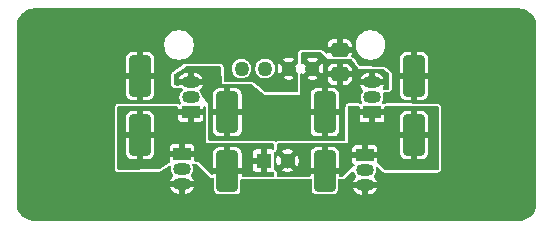
<source format=gbl>
G04 #@! TF.GenerationSoftware,KiCad,Pcbnew,9.0.4*
G04 #@! TF.CreationDate,2025-08-24T22:39:55+02:00*
G04 #@! TF.ProjectId,npn-pnp-h-bridge,6e706e2d-706e-4702-9d68-2d6272696467,rev?*
G04 #@! TF.SameCoordinates,Original*
G04 #@! TF.FileFunction,Copper,L2,Bot*
G04 #@! TF.FilePolarity,Positive*
%FSLAX46Y46*%
G04 Gerber Fmt 4.6, Leading zero omitted, Abs format (unit mm)*
G04 Created by KiCad (PCBNEW 9.0.4) date 2025-08-24 22:39:55*
%MOMM*%
%LPD*%
G01*
G04 APERTURE LIST*
G04 Aperture macros list*
%AMRoundRect*
0 Rectangle with rounded corners*
0 $1 Rounding radius*
0 $2 $3 $4 $5 $6 $7 $8 $9 X,Y pos of 4 corners*
0 Add a 4 corners polygon primitive as box body*
4,1,4,$2,$3,$4,$5,$6,$7,$8,$9,$2,$3,0*
0 Add four circle primitives for the rounded corners*
1,1,$1+$1,$2,$3*
1,1,$1+$1,$4,$5*
1,1,$1+$1,$6,$7*
1,1,$1+$1,$8,$9*
0 Add four rect primitives between the rounded corners*
20,1,$1+$1,$2,$3,$4,$5,0*
20,1,$1+$1,$4,$5,$6,$7,0*
20,1,$1+$1,$6,$7,$8,$9,0*
20,1,$1+$1,$8,$9,$2,$3,0*%
G04 Aperture macros list end*
G04 #@! TA.AperFunction,ComponentPad*
%ADD10R,1.500000X1.050000*%
G04 #@! TD*
G04 #@! TA.AperFunction,ComponentPad*
%ADD11O,1.500000X1.050000*%
G04 #@! TD*
G04 #@! TA.AperFunction,ComponentPad*
%ADD12R,1.300000X1.300000*%
G04 #@! TD*
G04 #@! TA.AperFunction,ComponentPad*
%ADD13C,1.300000*%
G04 #@! TD*
G04 #@! TA.AperFunction,ComponentPad*
%ADD14C,2.600000*%
G04 #@! TD*
G04 #@! TA.AperFunction,ConnectorPad*
%ADD15C,4.400000*%
G04 #@! TD*
G04 #@! TA.AperFunction,ComponentPad*
%ADD16C,1.270000*%
G04 #@! TD*
G04 #@! TA.AperFunction,SMDPad,CuDef*
%ADD17RoundRect,0.250000X-0.650000X1.500000X-0.650000X-1.500000X0.650000X-1.500000X0.650000X1.500000X0*%
G04 #@! TD*
G04 #@! TA.AperFunction,SMDPad,CuDef*
%ADD18RoundRect,0.250000X0.475000X-0.337500X0.475000X0.337500X-0.475000X0.337500X-0.475000X-0.337500X0*%
G04 #@! TD*
G04 #@! TA.AperFunction,SMDPad,CuDef*
%ADD19RoundRect,0.250000X0.650000X-1.500000X0.650000X1.500000X-0.650000X1.500000X-0.650000X-1.500000X0*%
G04 #@! TD*
G04 #@! TA.AperFunction,ViaPad*
%ADD20C,0.600000*%
G04 #@! TD*
G04 APERTURE END LIST*
D10*
G04 #@! TO.P,Qr1,1,C*
G04 #@! TO.N,/O2*
X118988410Y-58906368D03*
D11*
G04 #@! TO.P,Qr1,2,B*
G04 #@! TO.N,/H2b*
X118988410Y-57636368D03*
G04 #@! TO.P,Qr1,3,E*
G04 #@! TO.N,VDD*
X118988410Y-56366368D03*
G04 #@! TD*
D12*
G04 #@! TO.P,J2,1,1*
G04 #@! TO.N,/O1*
X109838410Y-62997837D03*
D13*
G04 #@! TO.P,J2,2,2*
G04 #@! TO.N,/O2*
X111838410Y-62997837D03*
G04 #@! TD*
D10*
G04 #@! TO.P,Ql1,1,C*
G04 #@! TO.N,/O1*
X103630537Y-58895426D03*
D11*
G04 #@! TO.P,Ql1,2,B*
G04 #@! TO.N,/H1b*
X103630537Y-57625426D03*
G04 #@! TO.P,Ql1,3,E*
G04 #@! TO.N,VDD*
X103630537Y-56355426D03*
G04 #@! TD*
D14*
G04 #@! TO.P,H1,1,1*
G04 #@! TO.N,GND*
X91900000Y-65100000D03*
D15*
X91900000Y-65100000D03*
G04 #@! TD*
D16*
G04 #@! TO.P,J1,1,1*
G04 #@! TO.N,VDD*
X113933509Y-55197837D03*
G04 #@! TO.P,J1,2,2*
G04 #@! TO.N,GND*
X111933510Y-55197837D03*
G04 #@! TO.P,J1,3,3*
G04 #@! TO.N,/R_IN*
X109933509Y-55197837D03*
G04 #@! TO.P,J1,4,4*
G04 #@! TO.N,/L_IN*
X107933511Y-55197837D03*
G04 #@! TD*
D10*
G04 #@! TO.P,Qr2,1,C*
G04 #@! TO.N,/O2*
X118373958Y-62506368D03*
D11*
G04 #@! TO.P,Qr2,2,B*
G04 #@! TO.N,/L2b*
X118373958Y-63776368D03*
G04 #@! TO.P,Qr2,3,E*
G04 #@! TO.N,GND*
X118373958Y-65046368D03*
G04 #@! TD*
D10*
G04 #@! TO.P,Ql2,1,C*
G04 #@! TO.N,/O1*
X102900537Y-62425426D03*
D11*
G04 #@! TO.P,Ql2,2,B*
G04 #@! TO.N,/L1b*
X102900537Y-63695426D03*
G04 #@! TO.P,Ql2,3,E*
G04 #@! TO.N,GND*
X102900537Y-64965426D03*
G04 #@! TD*
D14*
G04 #@! TO.P,H2,1,1*
G04 #@! TO.N,GND*
X129900000Y-65100000D03*
D15*
X129900000Y-65100000D03*
G04 #@! TD*
D17*
G04 #@! TO.P,D6,1,K*
G04 #@! TO.N,VDD*
X106738410Y-58897837D03*
G04 #@! TO.P,D6,2,A*
G04 #@! TO.N,/O1*
X106738410Y-63897837D03*
G04 #@! TD*
D18*
G04 #@! TO.P,C5,1,+*
G04 #@! TO.N,VDD*
X116238410Y-55672837D03*
G04 #@! TO.P,C5,2,-*
G04 #@! TO.N,GND*
X116238410Y-53597837D03*
G04 #@! TD*
D17*
G04 #@! TO.P,D5,1,K*
G04 #@! TO.N,VDD*
X114988410Y-58897837D03*
G04 #@! TO.P,D5,2,A*
G04 #@! TO.N,/O2*
X114988410Y-63897837D03*
G04 #@! TD*
D19*
G04 #@! TO.P,D4,1,K*
G04 #@! TO.N,/O1*
X99330537Y-60830337D03*
G04 #@! TO.P,D4,2,A*
G04 #@! TO.N,GND*
X99330537Y-55830337D03*
G04 #@! TD*
G04 #@! TO.P,D3,1,K*
G04 #@! TO.N,/O2*
X122533958Y-60830337D03*
G04 #@! TO.P,D3,2,A*
G04 #@! TO.N,GND*
X122533958Y-55830337D03*
G04 #@! TD*
D20*
G04 #@! TO.N,GND*
X94702910Y-60397837D03*
X122438410Y-65931170D03*
X100238410Y-52633435D03*
X101238410Y-66610437D03*
X120488410Y-67360437D03*
X97838410Y-66664504D03*
X120488410Y-66610437D03*
X127238410Y-60397837D03*
X113238410Y-65597837D03*
X101238410Y-67360437D03*
X97838410Y-65931170D03*
X122438410Y-66664504D03*
X111988410Y-65597837D03*
X109688410Y-65597837D03*
X121138410Y-52630751D03*
X122438410Y-67397837D03*
X108438410Y-65597837D03*
X97838410Y-67397837D03*
G04 #@! TO.N,/O1*
X99192131Y-63317463D03*
G04 #@! TO.N,/O2*
X122238410Y-63397837D03*
G04 #@! TD*
G04 #@! TA.AperFunction,Conductor*
G04 #@! TO.N,VDD*
G36*
X114655593Y-53816744D02*
G01*
X114667406Y-53826833D01*
X115238410Y-54397837D01*
X117188910Y-54397837D01*
X117247101Y-54416744D01*
X117268110Y-54437437D01*
X117777607Y-55116767D01*
X117838410Y-55197837D01*
X119954824Y-55257937D01*
X120011400Y-55277687D01*
X120398797Y-55568137D01*
X120434013Y-55618172D01*
X120438410Y-55647347D01*
X120438410Y-56898566D01*
X120419503Y-56956757D01*
X120370003Y-56992721D01*
X120339463Y-56997566D01*
X119969010Y-56997766D01*
X119910810Y-56978890D01*
X119874819Y-56929410D01*
X119874786Y-56868224D01*
X119886642Y-56843764D01*
X119944516Y-56757151D01*
X120002831Y-56616368D01*
X119268740Y-56616368D01*
X119288485Y-56596623D01*
X119337854Y-56511113D01*
X119363410Y-56415738D01*
X119363410Y-56316998D01*
X119337854Y-56221623D01*
X119288485Y-56136113D01*
X119268740Y-56116368D01*
X120002830Y-56116368D01*
X119944516Y-55975584D01*
X119854229Y-55840461D01*
X119739316Y-55725548D01*
X119604191Y-55635260D01*
X119454054Y-55573072D01*
X119294667Y-55541368D01*
X119238411Y-55541368D01*
X119238410Y-55541369D01*
X119238410Y-56086038D01*
X119218665Y-56066293D01*
X119133155Y-56016924D01*
X119037780Y-55991368D01*
X118939040Y-55991368D01*
X118843665Y-56016924D01*
X118758155Y-56066293D01*
X118738410Y-56086038D01*
X118738410Y-55541369D01*
X118738409Y-55541368D01*
X118682152Y-55541368D01*
X118522766Y-55573072D01*
X118522764Y-55573072D01*
X118372628Y-55635260D01*
X118372627Y-55635260D01*
X118237503Y-55725548D01*
X118122590Y-55840461D01*
X118032303Y-55975584D01*
X117973989Y-56116368D01*
X118708080Y-56116368D01*
X118688335Y-56136113D01*
X118638966Y-56221623D01*
X118613410Y-56316998D01*
X118613410Y-56415738D01*
X118638966Y-56511113D01*
X118688335Y-56596623D01*
X118708080Y-56616368D01*
X117973989Y-56616368D01*
X118032303Y-56757151D01*
X118122592Y-56892277D01*
X118209413Y-56979097D01*
X118213039Y-56986213D01*
X118219503Y-56990910D01*
X118226667Y-57012959D01*
X118237191Y-57033613D01*
X118238410Y-57049101D01*
X118238410Y-57094349D01*
X118219503Y-57152540D01*
X118209414Y-57164353D01*
X118199881Y-57173885D01*
X118199878Y-57173889D01*
X118120484Y-57292708D01*
X118120478Y-57292719D01*
X118065791Y-57424746D01*
X118065791Y-57424748D01*
X118037910Y-57564910D01*
X118037910Y-57564913D01*
X118037910Y-57707823D01*
X118063614Y-57837046D01*
X118065791Y-57847987D01*
X118065791Y-57847989D01*
X118120478Y-57980016D01*
X118120484Y-57980028D01*
X118163120Y-58043835D01*
X118166860Y-58057095D01*
X118174960Y-58068244D01*
X118174960Y-58085814D01*
X118179729Y-58102723D01*
X118174960Y-58115650D01*
X118174960Y-58129430D01*
X118164632Y-58143644D01*
X118158552Y-58160127D01*
X118147095Y-58167781D01*
X118138996Y-58178930D01*
X118122285Y-58184359D01*
X118107678Y-58194120D01*
X118080805Y-58197837D01*
X118044857Y-58197837D01*
X117993370Y-58183394D01*
X117963414Y-58165154D01*
X117905388Y-58145760D01*
X117905383Y-58145759D01*
X117884422Y-58142258D01*
X117841974Y-58135169D01*
X117841971Y-58135168D01*
X117841958Y-58135168D01*
X117035526Y-58128385D01*
X117035510Y-58128386D01*
X117002498Y-58130774D01*
X117002474Y-58130777D01*
X116971112Y-58135609D01*
X116965674Y-58136522D01*
X116965673Y-58136522D01*
X116965671Y-58136523D01*
X116904585Y-58162632D01*
X116881572Y-58172468D01*
X116832076Y-58208430D01*
X116804330Y-58232672D01*
X116757422Y-58311182D01*
X116757420Y-58311185D01*
X116738514Y-58369374D01*
X116728458Y-58432871D01*
X116728458Y-61218366D01*
X116709551Y-61276557D01*
X116660051Y-61312521D01*
X116629744Y-61317366D01*
X111119176Y-61333292D01*
X111014333Y-61333596D01*
X111014329Y-61333596D01*
X110997026Y-61334995D01*
X110982482Y-61336172D01*
X110982478Y-61336172D01*
X110982473Y-61336173D01*
X110982453Y-61336175D01*
X110952213Y-61341011D01*
X110947932Y-61341742D01*
X110947931Y-61341743D01*
X110864261Y-61377505D01*
X110803322Y-61382989D01*
X110774329Y-61371310D01*
X110751484Y-61357571D01*
X110734210Y-61347182D01*
X110734207Y-61347181D01*
X110734203Y-61347179D01*
X110676083Y-61328108D01*
X110676078Y-61328107D01*
X110676075Y-61328106D01*
X110612600Y-61317864D01*
X105231758Y-61302288D01*
X105173623Y-61283212D01*
X105137802Y-61233608D01*
X105133045Y-61203288D01*
X105133045Y-59147838D01*
X105538410Y-59147838D01*
X105538410Y-60440901D01*
X105549023Y-60529280D01*
X105604490Y-60669932D01*
X105695845Y-60790401D01*
X105816314Y-60881756D01*
X105956966Y-60937223D01*
X106045345Y-60947836D01*
X106045352Y-60947837D01*
X106488409Y-60947837D01*
X106488410Y-60947836D01*
X106488410Y-59147838D01*
X106988410Y-59147838D01*
X106988410Y-60947836D01*
X106988411Y-60947837D01*
X107431468Y-60947837D01*
X107431474Y-60947836D01*
X107519853Y-60937223D01*
X107660505Y-60881756D01*
X107780974Y-60790401D01*
X107872329Y-60669932D01*
X107927796Y-60529280D01*
X107938409Y-60440901D01*
X107938410Y-60440895D01*
X107938410Y-59147838D01*
X113788410Y-59147838D01*
X113788410Y-60440901D01*
X113799023Y-60529280D01*
X113854490Y-60669932D01*
X113945845Y-60790401D01*
X114066314Y-60881756D01*
X114206966Y-60937223D01*
X114295345Y-60947836D01*
X114295352Y-60947837D01*
X114738409Y-60947837D01*
X114738410Y-60947836D01*
X114738410Y-59147838D01*
X115238410Y-59147838D01*
X115238410Y-60947836D01*
X115238411Y-60947837D01*
X115681468Y-60947837D01*
X115681474Y-60947836D01*
X115769853Y-60937223D01*
X115910505Y-60881756D01*
X116030974Y-60790401D01*
X116122329Y-60669932D01*
X116177796Y-60529280D01*
X116188409Y-60440901D01*
X116188410Y-60440895D01*
X116188410Y-59147838D01*
X116188409Y-59147837D01*
X115238411Y-59147837D01*
X115238410Y-59147838D01*
X114738410Y-59147838D01*
X114738409Y-59147837D01*
X113788411Y-59147837D01*
X113788410Y-59147838D01*
X107938410Y-59147838D01*
X107938409Y-59147837D01*
X106988411Y-59147837D01*
X106988410Y-59147838D01*
X106488410Y-59147838D01*
X106488409Y-59147837D01*
X105538411Y-59147837D01*
X105538410Y-59147838D01*
X105133045Y-59147838D01*
X105133045Y-58496843D01*
X105133045Y-58496837D01*
X105130515Y-58464693D01*
X105127290Y-58444335D01*
X105126072Y-58428850D01*
X105126072Y-58175632D01*
X105126071Y-58175631D01*
X105119529Y-58167781D01*
X104588704Y-57530790D01*
X104568957Y-57492376D01*
X104568229Y-57489583D01*
X104553156Y-57413806D01*
X104528703Y-57354772D01*
X105538410Y-57354772D01*
X105538410Y-58647836D01*
X105538411Y-58647837D01*
X106488409Y-58647837D01*
X106488410Y-58647836D01*
X106488410Y-56847838D01*
X106988410Y-56847838D01*
X106988410Y-58647836D01*
X106988411Y-58647837D01*
X107938409Y-58647837D01*
X107938410Y-58647836D01*
X107938410Y-57354778D01*
X107938409Y-57354772D01*
X107927796Y-57266393D01*
X107872329Y-57125741D01*
X107780974Y-57005272D01*
X107660505Y-56913917D01*
X107519853Y-56858450D01*
X107431474Y-56847837D01*
X106988411Y-56847837D01*
X106988410Y-56847838D01*
X106488410Y-56847838D01*
X106488409Y-56847837D01*
X106045345Y-56847837D01*
X105956966Y-56858450D01*
X105816314Y-56913917D01*
X105695845Y-57005272D01*
X105604490Y-57125741D01*
X105549023Y-57266393D01*
X105538410Y-57354772D01*
X104528703Y-57354772D01*
X104503000Y-57292719D01*
X104498468Y-57281777D01*
X104498462Y-57281766D01*
X104466403Y-57233788D01*
X104419069Y-57162947D01*
X104386907Y-57130785D01*
X104359131Y-57076271D01*
X104368702Y-57015839D01*
X104386909Y-56990779D01*
X104496354Y-56881335D01*
X104586643Y-56746209D01*
X104644958Y-56605426D01*
X103910867Y-56605426D01*
X103930612Y-56585681D01*
X103979981Y-56500171D01*
X104005537Y-56404796D01*
X104005537Y-56306056D01*
X103979981Y-56210681D01*
X103930612Y-56125171D01*
X103910867Y-56105426D01*
X104644957Y-56105426D01*
X104586643Y-55964642D01*
X104496356Y-55829519D01*
X104381443Y-55714606D01*
X104246318Y-55624318D01*
X104096181Y-55562130D01*
X103936794Y-55530426D01*
X103880538Y-55530426D01*
X103880537Y-55530427D01*
X103880537Y-56075096D01*
X103860792Y-56055351D01*
X103775282Y-56005982D01*
X103679907Y-55980426D01*
X103581167Y-55980426D01*
X103485792Y-56005982D01*
X103400282Y-56055351D01*
X103380537Y-56075096D01*
X103380537Y-55530427D01*
X103380536Y-55530426D01*
X103324279Y-55530426D01*
X103164893Y-55562130D01*
X103164891Y-55562130D01*
X103014755Y-55624318D01*
X103014754Y-55624318D01*
X102879630Y-55714606D01*
X102764717Y-55829519D01*
X102674430Y-55964642D01*
X102616116Y-56105426D01*
X103350207Y-56105426D01*
X103330462Y-56125171D01*
X103281093Y-56210681D01*
X103255537Y-56306056D01*
X103255537Y-56404796D01*
X103281093Y-56500171D01*
X103330462Y-56585681D01*
X103350207Y-56605426D01*
X102615528Y-56605426D01*
X102568720Y-56642327D01*
X102526090Y-56648092D01*
X102278029Y-56627059D01*
X102221644Y-56603303D01*
X102189990Y-56550942D01*
X102187393Y-56528413D01*
X102187393Y-55724804D01*
X102206300Y-55666613D01*
X102233291Y-55641250D01*
X102259933Y-55624318D01*
X103204342Y-55024109D01*
X103257768Y-55008665D01*
X106133479Y-55018252D01*
X106191604Y-55037353D01*
X106227403Y-55086972D01*
X106232146Y-55116767D01*
X106239037Y-56526072D01*
X108768129Y-56526072D01*
X108826320Y-56544979D01*
X108829144Y-56547110D01*
X109915227Y-57397104D01*
X112877174Y-57397890D01*
X112877999Y-57354772D01*
X113788410Y-57354772D01*
X113788410Y-58647836D01*
X113788411Y-58647837D01*
X114738409Y-58647837D01*
X114738410Y-58647836D01*
X114738410Y-56847838D01*
X115238410Y-56847838D01*
X115238410Y-58647836D01*
X115238411Y-58647837D01*
X116188409Y-58647837D01*
X116188410Y-58647836D01*
X116188410Y-57354778D01*
X116188409Y-57354772D01*
X116177796Y-57266393D01*
X116122329Y-57125741D01*
X116030974Y-57005272D01*
X115910505Y-56913917D01*
X115769853Y-56858450D01*
X115681474Y-56847837D01*
X115238411Y-56847837D01*
X115238410Y-56847838D01*
X114738410Y-56847838D01*
X114738409Y-56847837D01*
X114295345Y-56847837D01*
X114206966Y-56858450D01*
X114066314Y-56913917D01*
X113945845Y-57005272D01*
X113854490Y-57125741D01*
X113799023Y-57266393D01*
X113788410Y-57354772D01*
X112877999Y-57354772D01*
X112878092Y-57349924D01*
X112892379Y-56603303D01*
X112910303Y-55666639D01*
X112930320Y-55608823D01*
X112980499Y-55573812D01*
X113041673Y-55574983D01*
X113090476Y-55611887D01*
X113100748Y-55630648D01*
X113104920Y-55640720D01*
X113117797Y-55659992D01*
X113552509Y-55225280D01*
X113552509Y-55247997D01*
X113578473Y-55344898D01*
X113628633Y-55431777D01*
X113699569Y-55502713D01*
X113786448Y-55552873D01*
X113883349Y-55578837D01*
X113906062Y-55578837D01*
X113471351Y-56013548D01*
X113490622Y-56026424D01*
X113660779Y-56096904D01*
X113841417Y-56132836D01*
X113841421Y-56132837D01*
X114025597Y-56132837D01*
X114025600Y-56132836D01*
X114206237Y-56096904D01*
X114206239Y-56096904D01*
X114376394Y-56026424D01*
X114376397Y-56026423D01*
X114395665Y-56013548D01*
X114304955Y-55922838D01*
X115213410Y-55922838D01*
X115213410Y-56053401D01*
X115224023Y-56141780D01*
X115279490Y-56282432D01*
X115370845Y-56402901D01*
X115491314Y-56494256D01*
X115631966Y-56549723D01*
X115720345Y-56560336D01*
X115720352Y-56560337D01*
X115988409Y-56560337D01*
X115988410Y-56560336D01*
X115988410Y-55922838D01*
X116488410Y-55922838D01*
X116488410Y-56560336D01*
X116488411Y-56560337D01*
X116756468Y-56560337D01*
X116756474Y-56560336D01*
X116844853Y-56549723D01*
X116985505Y-56494256D01*
X117105974Y-56402901D01*
X117197329Y-56282432D01*
X117252796Y-56141780D01*
X117255944Y-56115567D01*
X117263409Y-56053401D01*
X117263410Y-56053395D01*
X117263410Y-55922838D01*
X117263409Y-55922837D01*
X116488411Y-55922837D01*
X116488410Y-55922838D01*
X115988410Y-55922838D01*
X115988409Y-55922837D01*
X115213411Y-55922837D01*
X115213410Y-55922838D01*
X114304955Y-55922838D01*
X113960954Y-55578837D01*
X113983669Y-55578837D01*
X114080570Y-55552873D01*
X114167449Y-55502713D01*
X114238385Y-55431777D01*
X114288545Y-55344898D01*
X114314509Y-55247997D01*
X114314509Y-55225282D01*
X114749220Y-55659993D01*
X114762095Y-55640725D01*
X114762096Y-55640722D01*
X114832576Y-55470567D01*
X114832576Y-55470565D01*
X114868042Y-55292272D01*
X115213410Y-55292272D01*
X115213410Y-55422836D01*
X115213411Y-55422837D01*
X115988409Y-55422837D01*
X115988410Y-55422836D01*
X115988410Y-54785338D01*
X116488410Y-54785338D01*
X116488410Y-55422836D01*
X116488411Y-55422837D01*
X117263409Y-55422837D01*
X117263410Y-55422836D01*
X117263410Y-55292278D01*
X117263409Y-55292272D01*
X117252796Y-55203893D01*
X117197329Y-55063241D01*
X117105974Y-54942772D01*
X116985505Y-54851417D01*
X116844853Y-54795950D01*
X116756474Y-54785337D01*
X116488411Y-54785337D01*
X116488410Y-54785338D01*
X115988410Y-54785338D01*
X115988409Y-54785337D01*
X115720345Y-54785337D01*
X115631966Y-54795950D01*
X115491314Y-54851417D01*
X115370845Y-54942772D01*
X115279490Y-55063241D01*
X115224023Y-55203893D01*
X115213410Y-55292272D01*
X114868042Y-55292272D01*
X114868508Y-55289928D01*
X114868509Y-55289924D01*
X114868509Y-55105749D01*
X114868508Y-55105745D01*
X114832576Y-54925108D01*
X114832576Y-54925106D01*
X114762096Y-54754950D01*
X114749220Y-54735679D01*
X114314509Y-55170390D01*
X114314509Y-55147677D01*
X114288545Y-55050776D01*
X114238385Y-54963897D01*
X114167449Y-54892961D01*
X114080570Y-54842801D01*
X113983669Y-54816837D01*
X113960952Y-54816837D01*
X114395664Y-54382125D01*
X114376393Y-54369249D01*
X114206238Y-54298769D01*
X114025600Y-54262837D01*
X113841417Y-54262837D01*
X113660780Y-54298769D01*
X113660778Y-54298769D01*
X113490620Y-54369250D01*
X113471351Y-54382124D01*
X113906064Y-54816837D01*
X113883349Y-54816837D01*
X113786448Y-54842801D01*
X113699569Y-54892961D01*
X113628633Y-54963897D01*
X113578473Y-55050776D01*
X113552509Y-55147677D01*
X113552509Y-55170392D01*
X113117796Y-54735679D01*
X113110292Y-54746912D01*
X113062244Y-54784793D01*
X113001106Y-54787198D01*
X112950230Y-54753208D01*
X112929050Y-54695805D01*
X112928992Y-54690020D01*
X112944207Y-53894943D01*
X112964224Y-53837124D01*
X113014403Y-53802114D01*
X113043189Y-53797837D01*
X114597402Y-53797837D01*
X114655593Y-53816744D01*
G37*
G04 #@! TD.AperFunction*
G04 #@! TD*
G04 #@! TA.AperFunction,Conductor*
G04 #@! TO.N,/O2*
G36*
X117840246Y-58340662D02*
G01*
X117898272Y-58360056D01*
X117933819Y-58409857D01*
X117938410Y-58439657D01*
X117938410Y-58656367D01*
X117938411Y-58656368D01*
X118708080Y-58656368D01*
X118688335Y-58676113D01*
X118638966Y-58761623D01*
X118613410Y-58856998D01*
X118613410Y-58955738D01*
X118638966Y-59051113D01*
X118688335Y-59136623D01*
X118708080Y-59156368D01*
X117938412Y-59156368D01*
X117938411Y-59156369D01*
X117938411Y-59476159D01*
X117941319Y-59501242D01*
X117986623Y-59603845D01*
X118065932Y-59683154D01*
X118168537Y-59728458D01*
X118193613Y-59731367D01*
X118738408Y-59731367D01*
X118738410Y-59731366D01*
X118738410Y-59186698D01*
X118758155Y-59206443D01*
X118843665Y-59255812D01*
X118939040Y-59281368D01*
X119037780Y-59281368D01*
X119133155Y-59255812D01*
X119218665Y-59206443D01*
X119238410Y-59186698D01*
X119238410Y-59731366D01*
X119238411Y-59731367D01*
X119783200Y-59731367D01*
X119783201Y-59731366D01*
X119808284Y-59728458D01*
X119910887Y-59683154D01*
X119990196Y-59603845D01*
X120035500Y-59501240D01*
X120038409Y-59476165D01*
X120038410Y-59476163D01*
X120038410Y-59287272D01*
X121333958Y-59287272D01*
X121333958Y-60580336D01*
X121333959Y-60580337D01*
X122283957Y-60580337D01*
X122283958Y-60580336D01*
X122283958Y-58780338D01*
X122783958Y-58780338D01*
X122783958Y-60580336D01*
X122783959Y-60580337D01*
X123733957Y-60580337D01*
X123733958Y-60580336D01*
X123733958Y-59287278D01*
X123733957Y-59287272D01*
X123723344Y-59198893D01*
X123667877Y-59058241D01*
X123576522Y-58937772D01*
X123456053Y-58846417D01*
X123315401Y-58790950D01*
X123227022Y-58780337D01*
X122783959Y-58780337D01*
X122783958Y-58780338D01*
X122283958Y-58780338D01*
X122283957Y-58780337D01*
X121840893Y-58780337D01*
X121752514Y-58790950D01*
X121611862Y-58846417D01*
X121491393Y-58937772D01*
X121400038Y-59058241D01*
X121344571Y-59198893D01*
X121333958Y-59287272D01*
X120038410Y-59287272D01*
X120038410Y-59156369D01*
X120038409Y-59156368D01*
X119268740Y-59156368D01*
X119288485Y-59136623D01*
X119337854Y-59051113D01*
X119363410Y-58955738D01*
X119363410Y-58856998D01*
X119337854Y-58761623D01*
X119288485Y-58676113D01*
X119268740Y-58656368D01*
X120038408Y-58656368D01*
X120038409Y-58656367D01*
X120038409Y-58458984D01*
X120057316Y-58400793D01*
X120106816Y-58364829D01*
X120138235Y-58359989D01*
X124540244Y-58397011D01*
X124598272Y-58416407D01*
X124633819Y-58466207D01*
X124638410Y-58496007D01*
X124638410Y-63698920D01*
X124619503Y-63757111D01*
X124570003Y-63793075D01*
X124539493Y-63797920D01*
X120083332Y-63801668D01*
X120025126Y-63782810D01*
X120013245Y-63772672D01*
X119888409Y-63647836D01*
X119444695Y-63204122D01*
X119416920Y-63149608D01*
X119419174Y-63108128D01*
X119421048Y-63101238D01*
X119423957Y-63076165D01*
X119423958Y-63076163D01*
X119423958Y-62756369D01*
X119423957Y-62756368D01*
X118654288Y-62756368D01*
X118674033Y-62736623D01*
X118723402Y-62651113D01*
X118748958Y-62555738D01*
X118748958Y-62456998D01*
X118723402Y-62361623D01*
X118674033Y-62276113D01*
X118654288Y-62256368D01*
X119423956Y-62256368D01*
X119423957Y-62256367D01*
X119423957Y-61936578D01*
X119423956Y-61936576D01*
X119421048Y-61911493D01*
X119375744Y-61808890D01*
X119296435Y-61729581D01*
X119193830Y-61684277D01*
X119168755Y-61681368D01*
X118623959Y-61681368D01*
X118623958Y-61681369D01*
X118623958Y-62226038D01*
X118604213Y-62206293D01*
X118518703Y-62156924D01*
X118423328Y-62131368D01*
X118324588Y-62131368D01*
X118229213Y-62156924D01*
X118143703Y-62206293D01*
X118123958Y-62226038D01*
X118123958Y-61681369D01*
X118123957Y-61681368D01*
X117579168Y-61681368D01*
X117579165Y-61681369D01*
X117554083Y-61684277D01*
X117451480Y-61729581D01*
X117372171Y-61808890D01*
X117326867Y-61911495D01*
X117323958Y-61936570D01*
X117323958Y-62256367D01*
X117323959Y-62256368D01*
X118093628Y-62256368D01*
X118073883Y-62276113D01*
X118024514Y-62361623D01*
X117998958Y-62456998D01*
X117998958Y-62555738D01*
X118024514Y-62651113D01*
X118073883Y-62736623D01*
X118093628Y-62756368D01*
X117323960Y-62756368D01*
X117323959Y-62756369D01*
X117323959Y-63076159D01*
X117326867Y-63101242D01*
X117372171Y-63203845D01*
X117451481Y-63283155D01*
X117462978Y-63288232D01*
X117477401Y-63301139D01*
X117494456Y-63310288D01*
X117499659Y-63321056D01*
X117508573Y-63329033D01*
X117512655Y-63347951D01*
X117521076Y-63365379D01*
X117518669Y-63375825D01*
X117521478Y-63388842D01*
X117510229Y-63425595D01*
X117507959Y-63429826D01*
X117506029Y-63432715D01*
X117504739Y-63435828D01*
X117502398Y-63440193D01*
X117495760Y-63446555D01*
X117480957Y-63467364D01*
X116523583Y-64318983D01*
X116467538Y-64343531D01*
X116457784Y-64344013D01*
X116287410Y-64344013D01*
X116229219Y-64325106D01*
X116193255Y-64275606D01*
X116188410Y-64245013D01*
X116188410Y-64147838D01*
X116188409Y-64147837D01*
X113788411Y-64147837D01*
X113788410Y-64147838D01*
X113788410Y-64245013D01*
X113769503Y-64303204D01*
X113720003Y-64339168D01*
X113689410Y-64344013D01*
X111015218Y-64344013D01*
X110957027Y-64325106D01*
X110921063Y-64275606D01*
X110916218Y-64245013D01*
X110916218Y-64029553D01*
X110916199Y-64028842D01*
X110915953Y-64019116D01*
X110915442Y-64009070D01*
X110915441Y-64009066D01*
X110915441Y-64009063D01*
X110908562Y-63980119D01*
X110898196Y-63936501D01*
X110873481Y-63880529D01*
X110855639Y-63848297D01*
X110788789Y-63785886D01*
X110788783Y-63785882D01*
X110738146Y-63756438D01*
X110697345Y-63710843D01*
X110688910Y-63670855D01*
X110688910Y-62904267D01*
X110888410Y-62904267D01*
X110888410Y-63091406D01*
X110924918Y-63274941D01*
X110924918Y-63274943D01*
X110996529Y-63447828D01*
X111011883Y-63470807D01*
X111438410Y-63044280D01*
X111438410Y-63050498D01*
X111465669Y-63152231D01*
X111518330Y-63243443D01*
X111592804Y-63317917D01*
X111684016Y-63370578D01*
X111785749Y-63397837D01*
X111791962Y-63397837D01*
X111365437Y-63824362D01*
X111388418Y-63839717D01*
X111561304Y-63911328D01*
X111744840Y-63947836D01*
X111744844Y-63947837D01*
X111931976Y-63947837D01*
X111931979Y-63947836D01*
X112115514Y-63911328D01*
X112115516Y-63911328D01*
X112288400Y-63839717D01*
X112288403Y-63839716D01*
X112311381Y-63824362D01*
X111884856Y-63397837D01*
X111891071Y-63397837D01*
X111992804Y-63370578D01*
X112084016Y-63317917D01*
X112158490Y-63243443D01*
X112211151Y-63152231D01*
X112238410Y-63050498D01*
X112238410Y-63044283D01*
X112664935Y-63470808D01*
X112680289Y-63447830D01*
X112680290Y-63447827D01*
X112751901Y-63274943D01*
X112751901Y-63274941D01*
X112788409Y-63091406D01*
X112788410Y-63091402D01*
X112788410Y-62904271D01*
X112788409Y-62904267D01*
X112751901Y-62720732D01*
X112751901Y-62720730D01*
X112680290Y-62547845D01*
X112664935Y-62524864D01*
X112238410Y-62951389D01*
X112238410Y-62945176D01*
X112211151Y-62843443D01*
X112158490Y-62752231D01*
X112084016Y-62677757D01*
X111992804Y-62625096D01*
X111891071Y-62597837D01*
X111884854Y-62597837D01*
X112127920Y-62354772D01*
X113788410Y-62354772D01*
X113788410Y-63647836D01*
X113788411Y-63647837D01*
X114738409Y-63647837D01*
X114738410Y-63647836D01*
X114738410Y-61847838D01*
X115238410Y-61847838D01*
X115238410Y-63647836D01*
X115238411Y-63647837D01*
X116188409Y-63647837D01*
X116188410Y-63647836D01*
X116188410Y-62354778D01*
X116188409Y-62354772D01*
X116177796Y-62266393D01*
X116122329Y-62125741D01*
X116030974Y-62005272D01*
X115910505Y-61913917D01*
X115769853Y-61858450D01*
X115681474Y-61847837D01*
X115238411Y-61847837D01*
X115238410Y-61847838D01*
X114738410Y-61847838D01*
X114738409Y-61847837D01*
X114295345Y-61847837D01*
X114206966Y-61858450D01*
X114066314Y-61913917D01*
X113945845Y-62005272D01*
X113854490Y-62125741D01*
X113799023Y-62266393D01*
X113788410Y-62354772D01*
X112127920Y-62354772D01*
X112200878Y-62281814D01*
X112311381Y-62171310D01*
X112288401Y-62155956D01*
X112115515Y-62084345D01*
X111931979Y-62047837D01*
X111744840Y-62047837D01*
X111561306Y-62084344D01*
X111388414Y-62155959D01*
X111365437Y-62171310D01*
X111791964Y-62597837D01*
X111785749Y-62597837D01*
X111684016Y-62625096D01*
X111592804Y-62677757D01*
X111518330Y-62752231D01*
X111465669Y-62843443D01*
X111438410Y-62945176D01*
X111438410Y-62951391D01*
X111011883Y-62524864D01*
X110996532Y-62547841D01*
X110924917Y-62720733D01*
X110888410Y-62904267D01*
X110688910Y-62904267D01*
X110688910Y-62323586D01*
X110707817Y-62265395D01*
X110749002Y-62232552D01*
X110763101Y-62226527D01*
X110812601Y-62190563D01*
X110840346Y-62166322D01*
X110887254Y-62087812D01*
X110906161Y-62029621D01*
X110910183Y-62004220D01*
X110916218Y-61966122D01*
X110916218Y-61638095D01*
X110935125Y-61579904D01*
X110984625Y-61543940D01*
X111014927Y-61539095D01*
X116933958Y-61521988D01*
X116933958Y-61080338D01*
X121333958Y-61080338D01*
X121333958Y-62373401D01*
X121344571Y-62461780D01*
X121400038Y-62602432D01*
X121491393Y-62722901D01*
X121611862Y-62814256D01*
X121752514Y-62869723D01*
X121840893Y-62880336D01*
X121840900Y-62880337D01*
X122283957Y-62880337D01*
X122283958Y-62880336D01*
X122283958Y-61080338D01*
X122783958Y-61080338D01*
X122783958Y-62880336D01*
X122783959Y-62880337D01*
X123227016Y-62880337D01*
X123227022Y-62880336D01*
X123315401Y-62869723D01*
X123456053Y-62814256D01*
X123576522Y-62722901D01*
X123667877Y-62602432D01*
X123723344Y-62461780D01*
X123733957Y-62373401D01*
X123733958Y-62373395D01*
X123733958Y-61080338D01*
X123733957Y-61080337D01*
X122783959Y-61080337D01*
X122783958Y-61080338D01*
X122283958Y-61080338D01*
X122283957Y-61080337D01*
X121333959Y-61080337D01*
X121333958Y-61080338D01*
X116933958Y-61080338D01*
X116933958Y-58432875D01*
X116952865Y-58374684D01*
X117002365Y-58338720D01*
X117033787Y-58333879D01*
X117840246Y-58340662D01*
G37*
G04 #@! TD.AperFunction*
G04 #@! TD*
G04 #@! TA.AperFunction,Conductor*
G04 #@! TO.N,/O1*
G36*
X102539728Y-58416744D02*
G01*
X102575692Y-58466244D01*
X102580537Y-58496837D01*
X102580537Y-58645425D01*
X102580538Y-58645426D01*
X103350207Y-58645426D01*
X103330462Y-58665171D01*
X103281093Y-58750681D01*
X103255537Y-58846056D01*
X103255537Y-58944796D01*
X103281093Y-59040171D01*
X103330462Y-59125681D01*
X103350207Y-59145426D01*
X102580539Y-59145426D01*
X102580538Y-59145427D01*
X102580538Y-59465217D01*
X102583446Y-59490300D01*
X102628750Y-59592903D01*
X102708059Y-59672212D01*
X102810664Y-59717516D01*
X102835740Y-59720425D01*
X103380535Y-59720425D01*
X103380537Y-59720424D01*
X103380537Y-59175756D01*
X103400282Y-59195501D01*
X103485792Y-59244870D01*
X103581167Y-59270426D01*
X103679907Y-59270426D01*
X103775282Y-59244870D01*
X103860792Y-59195501D01*
X103880537Y-59175756D01*
X103880537Y-59720424D01*
X103880538Y-59720425D01*
X104425327Y-59720425D01*
X104425328Y-59720424D01*
X104450411Y-59717516D01*
X104553014Y-59672212D01*
X104632323Y-59592903D01*
X104677627Y-59490298D01*
X104680536Y-59465223D01*
X104680537Y-59465221D01*
X104680537Y-59145427D01*
X104680536Y-59145426D01*
X103910867Y-59145426D01*
X103930612Y-59125681D01*
X103979981Y-59040171D01*
X104005537Y-58944796D01*
X104005537Y-58846056D01*
X103979981Y-58750681D01*
X103930612Y-58665171D01*
X103910867Y-58645426D01*
X104680535Y-58645426D01*
X104680536Y-58645425D01*
X104680536Y-58496837D01*
X104685381Y-58481925D01*
X104685381Y-58466244D01*
X104694597Y-58453558D01*
X104699443Y-58438646D01*
X104712128Y-58429429D01*
X104721345Y-58416744D01*
X104736257Y-58411898D01*
X104748943Y-58402682D01*
X104779536Y-58397837D01*
X104828545Y-58397837D01*
X104886736Y-58416744D01*
X104922700Y-58466244D01*
X104927545Y-58496837D01*
X104927545Y-61506909D01*
X110612005Y-61523363D01*
X110670140Y-61542439D01*
X110705961Y-61592043D01*
X110710718Y-61622363D01*
X110710718Y-61966119D01*
X110691811Y-62024310D01*
X110642311Y-62060274D01*
X110581125Y-62060274D01*
X110571731Y-62056684D01*
X110558285Y-62050747D01*
X110558282Y-62050746D01*
X110533207Y-62047837D01*
X110088411Y-62047837D01*
X110088410Y-62047838D01*
X110088410Y-62682151D01*
X110084016Y-62677757D01*
X109992804Y-62625096D01*
X109891071Y-62597837D01*
X109785749Y-62597837D01*
X109684016Y-62625096D01*
X109592804Y-62677757D01*
X109588410Y-62682151D01*
X109588410Y-62047838D01*
X109588409Y-62047837D01*
X109143620Y-62047837D01*
X109143617Y-62047838D01*
X109118535Y-62050746D01*
X109015932Y-62096050D01*
X108936623Y-62175359D01*
X108891319Y-62277964D01*
X108888410Y-62303039D01*
X108888410Y-62747836D01*
X108888411Y-62747837D01*
X109522724Y-62747837D01*
X109518330Y-62752231D01*
X109465669Y-62843443D01*
X109438410Y-62945176D01*
X109438410Y-63050498D01*
X109465669Y-63152231D01*
X109518330Y-63243443D01*
X109522724Y-63247837D01*
X108888412Y-63247837D01*
X108888411Y-63247838D01*
X108888411Y-63692628D01*
X108891319Y-63717711D01*
X108936623Y-63820314D01*
X109015932Y-63899623D01*
X109118537Y-63944927D01*
X109143613Y-63947836D01*
X109588408Y-63947836D01*
X109588410Y-63947835D01*
X109588410Y-63313523D01*
X109592804Y-63317917D01*
X109684016Y-63370578D01*
X109785749Y-63397837D01*
X109891071Y-63397837D01*
X109992804Y-63370578D01*
X110084016Y-63317917D01*
X110088410Y-63313523D01*
X110088410Y-63947835D01*
X110088411Y-63947836D01*
X110533200Y-63947836D01*
X110533201Y-63947835D01*
X110558284Y-63944927D01*
X110558286Y-63944926D01*
X110571729Y-63938991D01*
X110632599Y-63932782D01*
X110685492Y-63963537D01*
X110710207Y-64019509D01*
X110710718Y-64029555D01*
X110710718Y-64250717D01*
X110691811Y-64308908D01*
X110642311Y-64344872D01*
X110611718Y-64349717D01*
X108037410Y-64349717D01*
X107979219Y-64330810D01*
X107943255Y-64281310D01*
X107938410Y-64250717D01*
X107938410Y-64147838D01*
X107938409Y-64147837D01*
X105538411Y-64147837D01*
X105535277Y-64150970D01*
X105519503Y-64199520D01*
X105470003Y-64235484D01*
X105408817Y-64235484D01*
X105369406Y-64211333D01*
X104805909Y-63647836D01*
X104238410Y-63080337D01*
X104238409Y-63080337D01*
X104049537Y-63080337D01*
X103991346Y-63061430D01*
X103955382Y-63011930D01*
X103950537Y-62981337D01*
X103950537Y-62675427D01*
X103950536Y-62675426D01*
X103180867Y-62675426D01*
X103200612Y-62655681D01*
X103249981Y-62570171D01*
X103275537Y-62474796D01*
X103275537Y-62376056D01*
X103269834Y-62354772D01*
X105538410Y-62354772D01*
X105538410Y-63647836D01*
X105538411Y-63647837D01*
X106488409Y-63647837D01*
X106488410Y-63647836D01*
X106488410Y-61847838D01*
X106988410Y-61847838D01*
X106988410Y-63647836D01*
X106988411Y-63647837D01*
X107938409Y-63647837D01*
X107938410Y-63647836D01*
X107938410Y-62354778D01*
X107938409Y-62354771D01*
X107933272Y-62311989D01*
X107927795Y-62266393D01*
X107872329Y-62125741D01*
X107780974Y-62005272D01*
X107660505Y-61913917D01*
X107519853Y-61858450D01*
X107431474Y-61847837D01*
X106988411Y-61847837D01*
X106988410Y-61847838D01*
X106488410Y-61847838D01*
X106488409Y-61847837D01*
X106045345Y-61847837D01*
X105956966Y-61858450D01*
X105816314Y-61913917D01*
X105695845Y-62005272D01*
X105604490Y-62125741D01*
X105549023Y-62266393D01*
X105538410Y-62354772D01*
X103269834Y-62354772D01*
X103249981Y-62280681D01*
X103200612Y-62195171D01*
X103180867Y-62175426D01*
X103950535Y-62175426D01*
X103950536Y-62175425D01*
X103950536Y-61855636D01*
X103950535Y-61855634D01*
X103947627Y-61830551D01*
X103902323Y-61727948D01*
X103823014Y-61648639D01*
X103720409Y-61603335D01*
X103695334Y-61600426D01*
X103150538Y-61600426D01*
X103150537Y-61600427D01*
X103150537Y-62145096D01*
X103130792Y-62125351D01*
X103045282Y-62075982D01*
X102949907Y-62050426D01*
X102851167Y-62050426D01*
X102755792Y-62075982D01*
X102670282Y-62125351D01*
X102650537Y-62145096D01*
X102650537Y-61600427D01*
X102650536Y-61600426D01*
X102105747Y-61600426D01*
X102105744Y-61600427D01*
X102080662Y-61603335D01*
X101978059Y-61648639D01*
X101898750Y-61727948D01*
X101853446Y-61830553D01*
X101850537Y-61855628D01*
X101850537Y-62175425D01*
X101850538Y-62175426D01*
X102620207Y-62175426D01*
X102600462Y-62195171D01*
X102551093Y-62280681D01*
X102525537Y-62376056D01*
X102525537Y-62474796D01*
X102551093Y-62570171D01*
X102600462Y-62655681D01*
X102620207Y-62675426D01*
X101850539Y-62675426D01*
X101850538Y-62675427D01*
X101850538Y-62995217D01*
X101853446Y-63020300D01*
X101869951Y-63057679D01*
X101876159Y-63118549D01*
X101845403Y-63171442D01*
X101833167Y-63180785D01*
X101042685Y-63692268D01*
X100989925Y-63708145D01*
X97522213Y-63743905D01*
X97463830Y-63725598D01*
X97427358Y-63676472D01*
X97422193Y-63645369D01*
X97410297Y-61080338D01*
X98130537Y-61080338D01*
X98130537Y-62373401D01*
X98141150Y-62461780D01*
X98196617Y-62602432D01*
X98287972Y-62722901D01*
X98408441Y-62814256D01*
X98549093Y-62869723D01*
X98637472Y-62880336D01*
X98637479Y-62880337D01*
X99080536Y-62880337D01*
X99080537Y-62880336D01*
X99080537Y-61080338D01*
X99580537Y-61080338D01*
X99580537Y-62880336D01*
X99580538Y-62880337D01*
X100023595Y-62880337D01*
X100023601Y-62880336D01*
X100111980Y-62869723D01*
X100252632Y-62814256D01*
X100373101Y-62722901D01*
X100464456Y-62602432D01*
X100519923Y-62461780D01*
X100530536Y-62373401D01*
X100530537Y-62373395D01*
X100530537Y-61080338D01*
X100530536Y-61080337D01*
X99580538Y-61080337D01*
X99580537Y-61080338D01*
X99080537Y-61080338D01*
X99080536Y-61080337D01*
X98130538Y-61080337D01*
X98130537Y-61080338D01*
X97410297Y-61080338D01*
X97401982Y-59287272D01*
X98130537Y-59287272D01*
X98130537Y-60580336D01*
X98130538Y-60580337D01*
X99080536Y-60580337D01*
X99080537Y-60580336D01*
X99080537Y-58780338D01*
X99580537Y-58780338D01*
X99580537Y-60580336D01*
X99580538Y-60580337D01*
X100530536Y-60580337D01*
X100530537Y-60580336D01*
X100530537Y-59287278D01*
X100530536Y-59287272D01*
X100519922Y-59198890D01*
X100496990Y-59140738D01*
X100496989Y-59140737D01*
X100464457Y-59058242D01*
X100373101Y-58937772D01*
X100252632Y-58846417D01*
X100111980Y-58790950D01*
X100023601Y-58780337D01*
X99580538Y-58780337D01*
X99580537Y-58780338D01*
X99080537Y-58780338D01*
X99080536Y-58780337D01*
X98637472Y-58780337D01*
X98549093Y-58790950D01*
X98408441Y-58846417D01*
X98287972Y-58937772D01*
X98196617Y-59058241D01*
X98141150Y-59198893D01*
X98130537Y-59287272D01*
X97401982Y-59287272D01*
X97398318Y-58497295D01*
X97416955Y-58439018D01*
X97466288Y-58402825D01*
X97497317Y-58397837D01*
X102481537Y-58397837D01*
X102539728Y-58416744D01*
G37*
G04 #@! TD.AperFunction*
G04 #@! TD*
G04 #@! TA.AperFunction,Conductor*
G04 #@! TO.N,GND*
G36*
X131403522Y-50100752D02*
G01*
X131428505Y-50102538D01*
X131606345Y-50115258D01*
X131620308Y-50117265D01*
X131815549Y-50159737D01*
X131829088Y-50163713D01*
X132016292Y-50233537D01*
X132029118Y-50239394D01*
X132204476Y-50335146D01*
X132216356Y-50342781D01*
X132376294Y-50462509D01*
X132386966Y-50471756D01*
X132528243Y-50613033D01*
X132537493Y-50623709D01*
X132657218Y-50783643D01*
X132664854Y-50795525D01*
X132760602Y-50970875D01*
X132766466Y-50983715D01*
X132836284Y-51170904D01*
X132840264Y-51184457D01*
X132882732Y-51379681D01*
X132884742Y-51393662D01*
X132899248Y-51596476D01*
X132899500Y-51603539D01*
X132899500Y-66596460D01*
X132899248Y-66603523D01*
X132884742Y-66806337D01*
X132882732Y-66820318D01*
X132840264Y-67015542D01*
X132836284Y-67029095D01*
X132766466Y-67216284D01*
X132760598Y-67229133D01*
X132664854Y-67404474D01*
X132657218Y-67416356D01*
X132537493Y-67576290D01*
X132528243Y-67586966D01*
X132386966Y-67728243D01*
X132376290Y-67737493D01*
X132216356Y-67857218D01*
X132204474Y-67864854D01*
X132029133Y-67960598D01*
X132016284Y-67966466D01*
X131829095Y-68036284D01*
X131815542Y-68040264D01*
X131620318Y-68082732D01*
X131606337Y-68084742D01*
X131403523Y-68099248D01*
X131396460Y-68099500D01*
X90403540Y-68099500D01*
X90396477Y-68099248D01*
X90193662Y-68084742D01*
X90179681Y-68082732D01*
X89984457Y-68040264D01*
X89970904Y-68036284D01*
X89783715Y-67966466D01*
X89770875Y-67960602D01*
X89595525Y-67864854D01*
X89583643Y-67857218D01*
X89423709Y-67737493D01*
X89413033Y-67728243D01*
X89271756Y-67586966D01*
X89262506Y-67576290D01*
X89142781Y-67416356D01*
X89135145Y-67404474D01*
X89102815Y-67345266D01*
X89039394Y-67229118D01*
X89033537Y-67216292D01*
X88963713Y-67029088D01*
X88959737Y-67015549D01*
X88917265Y-66820308D01*
X88915258Y-66806345D01*
X88900752Y-66603522D01*
X88900500Y-66596460D01*
X88900500Y-58498247D01*
X97192820Y-58498247D01*
X97196484Y-59288223D01*
X97196537Y-59299564D01*
X97196537Y-59299568D01*
X97204799Y-61081291D01*
X97210734Y-62361108D01*
X97216694Y-63646318D01*
X97219468Y-63679036D01*
X97224630Y-63710114D01*
X97224634Y-63710137D01*
X97225550Y-63715249D01*
X97262359Y-63798970D01*
X97298831Y-63848096D01*
X97323354Y-63875588D01*
X97323356Y-63875589D01*
X97402338Y-63921681D01*
X97402339Y-63921681D01*
X97402344Y-63921684D01*
X97460727Y-63939991D01*
X97524332Y-63949394D01*
X100992044Y-63913634D01*
X101049143Y-63904928D01*
X101101903Y-63889051D01*
X101154322Y-63864800D01*
X101816048Y-63436628D01*
X101875173Y-63420891D01*
X101932258Y-63442913D01*
X101965497Y-63494282D01*
X101966926Y-63539060D01*
X101950037Y-63623965D01*
X101950037Y-63766883D01*
X101956420Y-63798970D01*
X101977539Y-63905143D01*
X101977918Y-63907045D01*
X101977918Y-63907047D01*
X102032605Y-64039074D01*
X102032611Y-64039085D01*
X102080376Y-64110569D01*
X102112005Y-64157905D01*
X102144165Y-64190065D01*
X102171942Y-64244580D01*
X102162371Y-64305012D01*
X102144165Y-64330072D01*
X102034717Y-64439519D01*
X101944430Y-64574642D01*
X101886116Y-64715426D01*
X102620207Y-64715426D01*
X102600462Y-64735171D01*
X102551093Y-64820681D01*
X102525537Y-64916056D01*
X102525537Y-65014796D01*
X102551093Y-65110171D01*
X102600462Y-65195681D01*
X102620207Y-65215426D01*
X101886116Y-65215426D01*
X101944430Y-65356209D01*
X102034717Y-65491332D01*
X102149630Y-65606245D01*
X102284755Y-65696533D01*
X102434892Y-65758721D01*
X102594279Y-65790425D01*
X102594283Y-65790426D01*
X102650536Y-65790426D01*
X102650537Y-65790425D01*
X102650537Y-65245756D01*
X102670282Y-65265501D01*
X102755792Y-65314870D01*
X102851167Y-65340426D01*
X102949907Y-65340426D01*
X103045282Y-65314870D01*
X103130792Y-65265501D01*
X103150537Y-65245756D01*
X103150537Y-65790425D01*
X103150538Y-65790426D01*
X103206791Y-65790426D01*
X103206794Y-65790425D01*
X103366180Y-65758721D01*
X103366182Y-65758721D01*
X103516318Y-65696533D01*
X103516319Y-65696533D01*
X103651443Y-65606245D01*
X103766356Y-65491332D01*
X103856643Y-65356209D01*
X103914958Y-65215426D01*
X103180867Y-65215426D01*
X103200612Y-65195681D01*
X103249981Y-65110171D01*
X103275537Y-65014796D01*
X103275537Y-64916056D01*
X103249981Y-64820681D01*
X103200612Y-64735171D01*
X103180867Y-64715426D01*
X103914957Y-64715426D01*
X103856643Y-64574642D01*
X103766356Y-64439519D01*
X103656909Y-64330072D01*
X103629132Y-64275555D01*
X103638703Y-64215123D01*
X103656907Y-64190066D01*
X103689069Y-64157905D01*
X103768466Y-64039079D01*
X103823156Y-63907046D01*
X103851037Y-63766881D01*
X103851037Y-63623971D01*
X103823156Y-63483806D01*
X103778227Y-63375337D01*
X103773426Y-63314341D01*
X103805396Y-63262172D01*
X103861924Y-63238757D01*
X103920469Y-63252466D01*
X103927844Y-63256873D01*
X103986035Y-63275780D01*
X103998735Y-63277791D01*
X104049533Y-63285837D01*
X104049537Y-63285837D01*
X104112282Y-63285837D01*
X104170473Y-63304744D01*
X104182286Y-63314833D01*
X104535228Y-63667775D01*
X105224096Y-64356643D01*
X105262033Y-64386551D01*
X105301444Y-64410702D01*
X105319654Y-64420633D01*
X105408817Y-64440984D01*
X105470001Y-64440984D01*
X105470003Y-64440984D01*
X105470005Y-64440983D01*
X105470020Y-64440983D01*
X105497399Y-64438517D01*
X105506697Y-64437681D01*
X105506699Y-64437679D01*
X105514249Y-64435778D01*
X105515113Y-64439208D01*
X105560771Y-64435019D01*
X105613350Y-64466309D01*
X105637496Y-64522529D01*
X105637910Y-64531575D01*
X105637910Y-65452111D01*
X105640763Y-65482531D01*
X105640765Y-65482540D01*
X105685617Y-65610720D01*
X105766255Y-65719981D01*
X105766257Y-65719983D01*
X105766260Y-65719987D01*
X105766263Y-65719989D01*
X105766265Y-65719991D01*
X105875526Y-65800629D01*
X105875527Y-65800629D01*
X105875528Y-65800630D01*
X106003711Y-65845483D01*
X106034135Y-65848336D01*
X106034137Y-65848337D01*
X106034144Y-65848337D01*
X107442683Y-65848337D01*
X107442683Y-65848336D01*
X107473109Y-65845483D01*
X107601292Y-65800630D01*
X107710560Y-65719987D01*
X107791203Y-65610719D01*
X107836056Y-65482536D01*
X107838909Y-65452110D01*
X107838910Y-65452110D01*
X107838910Y-64637558D01*
X107857817Y-64579367D01*
X107907317Y-64543403D01*
X107968500Y-64543403D01*
X107973908Y-64545160D01*
X107996772Y-64548781D01*
X108037406Y-64555217D01*
X108037410Y-64555217D01*
X110611711Y-64555217D01*
X110611718Y-64555217D01*
X110643862Y-64552687D01*
X110674455Y-64547842D01*
X110674466Y-64547840D01*
X110674511Y-64547833D01*
X110678999Y-64547070D01*
X110678998Y-64547070D01*
X110679005Y-64547069D01*
X110763101Y-64511125D01*
X110767940Y-64508380D01*
X110768722Y-64509759D01*
X110820132Y-64493039D01*
X110870935Y-64507052D01*
X110893525Y-64520549D01*
X110951716Y-64539456D01*
X110964416Y-64541467D01*
X111015214Y-64549513D01*
X111015218Y-64549513D01*
X113689403Y-64549513D01*
X113689410Y-64549513D01*
X113721554Y-64546983D01*
X113752147Y-64542138D01*
X113752158Y-64542136D01*
X113752203Y-64542129D01*
X113756688Y-64541367D01*
X113756691Y-64541365D01*
X113756697Y-64541365D01*
X113756701Y-64541362D01*
X113760961Y-64540110D01*
X113822123Y-64541820D01*
X113870598Y-64579154D01*
X113887910Y-64635083D01*
X113887910Y-65452111D01*
X113890763Y-65482531D01*
X113890765Y-65482540D01*
X113935617Y-65610720D01*
X114016255Y-65719981D01*
X114016257Y-65719983D01*
X114016260Y-65719987D01*
X114016263Y-65719989D01*
X114016265Y-65719991D01*
X114125526Y-65800629D01*
X114125527Y-65800629D01*
X114125528Y-65800630D01*
X114253711Y-65845483D01*
X114284135Y-65848336D01*
X114284137Y-65848337D01*
X114284144Y-65848337D01*
X115692683Y-65848337D01*
X115692683Y-65848336D01*
X115723109Y-65845483D01*
X115851292Y-65800630D01*
X115960560Y-65719987D01*
X116041203Y-65610719D01*
X116086056Y-65482536D01*
X116088909Y-65452110D01*
X116088910Y-65452110D01*
X116088910Y-64631854D01*
X116107817Y-64573663D01*
X116157317Y-64537699D01*
X116218500Y-64537699D01*
X116223908Y-64539456D01*
X116248830Y-64543403D01*
X116287406Y-64549513D01*
X116287410Y-64549513D01*
X116457784Y-64549513D01*
X116467927Y-64549263D01*
X116477681Y-64548781D01*
X116549986Y-64531766D01*
X116606031Y-64507218D01*
X116660165Y-64472526D01*
X117285117Y-63916607D01*
X117341160Y-63892061D01*
X117400930Y-63905143D01*
X117441596Y-63950859D01*
X117448011Y-63971262D01*
X117451337Y-63987982D01*
X117451339Y-63987989D01*
X117506026Y-64120016D01*
X117506032Y-64120027D01*
X117552830Y-64190063D01*
X117585426Y-64238847D01*
X117617586Y-64271007D01*
X117645363Y-64325522D01*
X117635792Y-64385954D01*
X117617586Y-64411014D01*
X117508138Y-64520461D01*
X117417851Y-64655584D01*
X117359537Y-64796368D01*
X118093628Y-64796368D01*
X118073883Y-64816113D01*
X118024514Y-64901623D01*
X117998958Y-64996998D01*
X117998958Y-65095738D01*
X118024514Y-65191113D01*
X118073883Y-65276623D01*
X118093628Y-65296368D01*
X117359537Y-65296368D01*
X117417851Y-65437151D01*
X117508138Y-65572274D01*
X117623051Y-65687187D01*
X117758176Y-65777475D01*
X117908313Y-65839663D01*
X118067700Y-65871367D01*
X118067704Y-65871368D01*
X118123957Y-65871368D01*
X118123958Y-65871367D01*
X118123958Y-65326698D01*
X118143703Y-65346443D01*
X118229213Y-65395812D01*
X118324588Y-65421368D01*
X118423328Y-65421368D01*
X118518703Y-65395812D01*
X118604213Y-65346443D01*
X118623958Y-65326698D01*
X118623958Y-65871367D01*
X118623959Y-65871368D01*
X118680212Y-65871368D01*
X118680215Y-65871367D01*
X118839601Y-65839663D01*
X118839603Y-65839663D01*
X118989739Y-65777475D01*
X118989740Y-65777475D01*
X119124864Y-65687187D01*
X119239777Y-65572274D01*
X119330064Y-65437151D01*
X119388379Y-65296368D01*
X118654288Y-65296368D01*
X118674033Y-65276623D01*
X118723402Y-65191113D01*
X118748958Y-65095738D01*
X118748958Y-64996998D01*
X118723402Y-64901623D01*
X118674033Y-64816113D01*
X118654288Y-64796368D01*
X119388378Y-64796368D01*
X119330064Y-64655584D01*
X119239777Y-64520461D01*
X119130330Y-64411014D01*
X119102553Y-64356497D01*
X119112124Y-64296065D01*
X119130328Y-64271008D01*
X119162490Y-64238847D01*
X119241887Y-64120021D01*
X119296577Y-63987988D01*
X119324458Y-63847823D01*
X119324458Y-63704913D01*
X119306085Y-63612548D01*
X119313276Y-63551791D01*
X119354808Y-63506860D01*
X119414818Y-63494923D01*
X119470383Y-63520538D01*
X119473161Y-63523208D01*
X119867935Y-63917982D01*
X119879854Y-63928996D01*
X119891735Y-63939134D01*
X119961788Y-63978306D01*
X120019994Y-63997164D01*
X120083505Y-64007168D01*
X124539666Y-64003420D01*
X124563429Y-64001534D01*
X124571712Y-64000878D01*
X124571714Y-64000878D01*
X124571717Y-64000877D01*
X124571723Y-64000877D01*
X124602233Y-63996032D01*
X124606697Y-63995272D01*
X124690793Y-63959328D01*
X124740293Y-63923364D01*
X124768038Y-63899123D01*
X124814946Y-63820613D01*
X124833853Y-63762422D01*
X124842134Y-63710137D01*
X124843910Y-63698923D01*
X124843910Y-58496009D01*
X124841515Y-58464732D01*
X124841514Y-58464718D01*
X124836918Y-58434886D01*
X124836317Y-58431213D01*
X124801081Y-58346820D01*
X124801080Y-58346817D01*
X124765533Y-58297017D01*
X124741531Y-58269073D01*
X124732972Y-58263861D01*
X124663421Y-58221507D01*
X124605387Y-58202109D01*
X124567401Y-58195765D01*
X124541972Y-58191518D01*
X124541969Y-58191517D01*
X124541956Y-58191517D01*
X120139973Y-58154495D01*
X120139959Y-58154496D01*
X120106946Y-58156885D01*
X120075477Y-58161732D01*
X120070128Y-58162630D01*
X120070118Y-58162633D01*
X119986027Y-58198575D01*
X119965054Y-58213813D01*
X119937720Y-58222694D01*
X119910748Y-58232644D01*
X119908793Y-58232092D01*
X119906863Y-58232720D01*
X119851860Y-58216034D01*
X119828246Y-58200255D01*
X119790367Y-58152205D01*
X119787966Y-58091067D01*
X119800930Y-58062945D01*
X119856339Y-57980021D01*
X119911029Y-57847988D01*
X119938910Y-57707823D01*
X119938910Y-57564913D01*
X119911029Y-57424748D01*
X119875988Y-57340151D01*
X119871187Y-57279155D01*
X119903157Y-57226986D01*
X119959685Y-57203571D01*
X119967399Y-57203266D01*
X119969115Y-57203265D01*
X119969121Y-57203266D01*
X120339574Y-57203066D01*
X120371662Y-57200528D01*
X120402202Y-57195683D01*
X120406697Y-57194918D01*
X120490793Y-57158974D01*
X120540293Y-57123010D01*
X120568038Y-57098769D01*
X120614946Y-57020259D01*
X120633853Y-56962068D01*
X120640449Y-56920421D01*
X120643910Y-56898569D01*
X120643910Y-56080338D01*
X121333958Y-56080338D01*
X121333958Y-57373401D01*
X121344571Y-57461780D01*
X121400038Y-57602432D01*
X121491393Y-57722901D01*
X121611862Y-57814256D01*
X121752514Y-57869723D01*
X121840893Y-57880336D01*
X121840900Y-57880337D01*
X122283957Y-57880337D01*
X122283958Y-57880336D01*
X122283958Y-56080338D01*
X122783958Y-56080338D01*
X122783958Y-57880336D01*
X122783959Y-57880337D01*
X123227016Y-57880337D01*
X123227022Y-57880336D01*
X123315401Y-57869723D01*
X123456053Y-57814256D01*
X123576522Y-57722901D01*
X123667877Y-57602432D01*
X123723344Y-57461780D01*
X123733957Y-57373401D01*
X123733958Y-57373395D01*
X123733958Y-56080338D01*
X123733957Y-56080337D01*
X122783959Y-56080337D01*
X122783958Y-56080338D01*
X122283958Y-56080338D01*
X122283957Y-56080337D01*
X121333959Y-56080337D01*
X121333958Y-56080338D01*
X120643910Y-56080338D01*
X120643910Y-55647339D01*
X120641616Y-55616733D01*
X120641615Y-55616730D01*
X120641615Y-55616722D01*
X120637218Y-55587547D01*
X120636739Y-55584521D01*
X120602062Y-55499894D01*
X120566846Y-55449859D01*
X120522070Y-55403717D01*
X120134673Y-55113267D01*
X120079129Y-55083669D01*
X120072379Y-55081312D01*
X120022554Y-55063919D01*
X119983126Y-55056658D01*
X119960657Y-55052520D01*
X119960656Y-55052519D01*
X119960654Y-55052519D01*
X117991068Y-54996588D01*
X117933437Y-54976037D01*
X117914678Y-54957028D01*
X117432510Y-54314137D01*
X117412315Y-54291030D01*
X117391306Y-54270337D01*
X117389113Y-54268209D01*
X117310603Y-54221301D01*
X117305475Y-54219635D01*
X117255976Y-54183673D01*
X117237067Y-54125483D01*
X117243971Y-54089158D01*
X117252795Y-54066782D01*
X117263409Y-53978401D01*
X117263410Y-53978395D01*
X117263410Y-53847838D01*
X117263409Y-53847837D01*
X115213411Y-53847837D01*
X115211182Y-53850065D01*
X115194503Y-53901400D01*
X115145003Y-53937364D01*
X115083817Y-53937364D01*
X115044407Y-53913213D01*
X114812709Y-53681516D01*
X114800875Y-53670576D01*
X114798545Y-53668586D01*
X114789053Y-53660479D01*
X114719095Y-53621301D01*
X114660904Y-53602394D01*
X114660901Y-53602393D01*
X114660902Y-53602393D01*
X114597405Y-53592337D01*
X114597402Y-53592337D01*
X113043189Y-53592337D01*
X113022048Y-53593898D01*
X113012985Y-53594568D01*
X112984242Y-53598839D01*
X112984202Y-53598845D01*
X112983182Y-53599003D01*
X112981583Y-53599251D01*
X112896814Y-53633581D01*
X112846643Y-53668586D01*
X112818434Y-53692295D01*
X112818433Y-53692296D01*
X112770031Y-53769896D01*
X112770030Y-53769898D01*
X112750015Y-53827710D01*
X112750015Y-53827712D01*
X112738745Y-53891004D01*
X112738745Y-53891007D01*
X112727654Y-54470572D01*
X112723529Y-54686089D01*
X112723502Y-54692078D01*
X112723560Y-54697860D01*
X112723561Y-54697874D01*
X112724018Y-54700359D01*
X112723891Y-54701306D01*
X112723968Y-54702101D01*
X112723783Y-54702118D01*
X112715935Y-54761008D01*
X112696651Y-54788248D01*
X112314510Y-55170389D01*
X112314510Y-55147677D01*
X112288546Y-55050776D01*
X112238386Y-54963897D01*
X112167450Y-54892961D01*
X112080571Y-54842801D01*
X111983670Y-54816837D01*
X111960953Y-54816837D01*
X112395665Y-54382125D01*
X112376394Y-54369249D01*
X112206239Y-54298769D01*
X112025601Y-54262837D01*
X111841418Y-54262837D01*
X111660781Y-54298769D01*
X111660779Y-54298769D01*
X111490621Y-54369250D01*
X111471352Y-54382124D01*
X111906065Y-54816837D01*
X111883350Y-54816837D01*
X111786449Y-54842801D01*
X111699570Y-54892961D01*
X111628634Y-54963897D01*
X111578474Y-55050776D01*
X111552510Y-55147677D01*
X111552510Y-55170392D01*
X111117797Y-54735679D01*
X111104923Y-54754948D01*
X111034442Y-54925106D01*
X111034442Y-54925108D01*
X110998510Y-55105745D01*
X110998510Y-55289928D01*
X111034442Y-55470565D01*
X111034442Y-55470567D01*
X111104922Y-55640721D01*
X111117798Y-55659992D01*
X111552510Y-55225280D01*
X111552510Y-55247997D01*
X111578474Y-55344898D01*
X111628634Y-55431777D01*
X111699570Y-55502713D01*
X111786449Y-55552873D01*
X111883350Y-55578837D01*
X111906063Y-55578837D01*
X111471352Y-56013548D01*
X111490623Y-56026424D01*
X111660780Y-56096904D01*
X111841418Y-56132836D01*
X111841422Y-56132837D01*
X112025598Y-56132837D01*
X112025601Y-56132836D01*
X112206238Y-56096904D01*
X112206240Y-56096904D01*
X112376395Y-56026424D01*
X112376398Y-56026423D01*
X112395666Y-56013548D01*
X111960955Y-55578837D01*
X111983670Y-55578837D01*
X112080571Y-55552873D01*
X112167450Y-55502713D01*
X112238386Y-55431777D01*
X112288546Y-55344898D01*
X112314510Y-55247997D01*
X112314510Y-55225283D01*
X112675956Y-55586730D01*
X112703733Y-55641246D01*
X112704291Y-55658807D01*
X112704916Y-55658819D01*
X112704841Y-55662703D01*
X112704841Y-55662707D01*
X112703653Y-55724800D01*
X112699820Y-55925100D01*
X112695931Y-56128337D01*
X112677428Y-57095204D01*
X112657411Y-57153023D01*
X112607232Y-57188033D01*
X112578420Y-57192310D01*
X110020224Y-57191631D01*
X109962038Y-57172708D01*
X109959235Y-57170593D01*
X109862906Y-57095204D01*
X109698090Y-56966215D01*
X108955849Y-56385319D01*
X108952906Y-56383057D01*
X108950104Y-56380943D01*
X108950105Y-56380943D01*
X108950103Y-56380942D01*
X108889822Y-56349536D01*
X108889821Y-56349535D01*
X108831635Y-56330629D01*
X108831629Y-56330628D01*
X108768132Y-56320572D01*
X108768129Y-56320572D01*
X106542052Y-56320572D01*
X106483861Y-56301665D01*
X106447897Y-56252165D01*
X106443053Y-56222056D01*
X106442130Y-56033337D01*
X106437644Y-55115762D01*
X106437626Y-55115544D01*
X107098011Y-55115544D01*
X107098011Y-55280129D01*
X107110894Y-55344898D01*
X107128175Y-55431777D01*
X107130118Y-55441542D01*
X107130118Y-55441544D01*
X107193097Y-55593590D01*
X107193103Y-55593602D01*
X107236673Y-55658807D01*
X107284535Y-55730437D01*
X107400911Y-55846813D01*
X107459251Y-55885794D01*
X107537745Y-55938244D01*
X107537757Y-55938250D01*
X107593922Y-55961514D01*
X107689805Y-56001230D01*
X107851221Y-56033337D01*
X107851222Y-56033337D01*
X108015800Y-56033337D01*
X108015801Y-56033337D01*
X108177217Y-56001230D01*
X108329269Y-55938248D01*
X108329271Y-55938246D01*
X108329276Y-55938244D01*
X108368787Y-55911842D01*
X108466111Y-55846813D01*
X108582487Y-55730437D01*
X108667567Y-55603106D01*
X108673918Y-55593602D01*
X108673924Y-55593590D01*
X108676447Y-55587499D01*
X108736904Y-55441543D01*
X108769011Y-55280127D01*
X108769011Y-55115547D01*
X108769010Y-55115544D01*
X109098009Y-55115544D01*
X109098009Y-55280129D01*
X109110892Y-55344898D01*
X109128173Y-55431777D01*
X109130116Y-55441542D01*
X109130116Y-55441544D01*
X109193095Y-55593590D01*
X109193101Y-55593602D01*
X109236671Y-55658807D01*
X109284533Y-55730437D01*
X109400909Y-55846813D01*
X109459249Y-55885794D01*
X109537743Y-55938244D01*
X109537755Y-55938250D01*
X109593920Y-55961514D01*
X109689803Y-56001230D01*
X109851219Y-56033337D01*
X109851220Y-56033337D01*
X110015798Y-56033337D01*
X110015799Y-56033337D01*
X110177215Y-56001230D01*
X110329267Y-55938248D01*
X110329269Y-55938246D01*
X110329274Y-55938244D01*
X110394982Y-55894339D01*
X110421891Y-55876358D01*
X110466109Y-55846813D01*
X110582485Y-55730437D01*
X110667565Y-55603106D01*
X110673916Y-55593602D01*
X110673922Y-55593590D01*
X110676445Y-55587499D01*
X110736902Y-55441543D01*
X110769009Y-55280127D01*
X110769009Y-55115547D01*
X110736902Y-54954131D01*
X110684115Y-54826691D01*
X110673922Y-54802083D01*
X110673916Y-54802071D01*
X110607128Y-54702118D01*
X110582485Y-54665237D01*
X110466109Y-54548861D01*
X110466108Y-54548860D01*
X110394979Y-54501333D01*
X110329274Y-54457429D01*
X110329262Y-54457423D01*
X110177215Y-54394444D01*
X110015801Y-54362337D01*
X110015799Y-54362337D01*
X109851219Y-54362337D01*
X109851216Y-54362337D01*
X109689803Y-54394444D01*
X109689801Y-54394444D01*
X109537755Y-54457423D01*
X109537743Y-54457429D01*
X109400909Y-54548861D01*
X109400905Y-54548864D01*
X109284536Y-54665233D01*
X109284533Y-54665237D01*
X109193101Y-54802071D01*
X109193095Y-54802083D01*
X109130116Y-54954129D01*
X109130116Y-54954131D01*
X109098009Y-55115544D01*
X108769010Y-55115544D01*
X108736904Y-54954131D01*
X108684117Y-54826691D01*
X108673924Y-54802083D01*
X108673918Y-54802071D01*
X108607130Y-54702118D01*
X108582487Y-54665237D01*
X108466111Y-54548861D01*
X108427128Y-54522813D01*
X108329276Y-54457429D01*
X108329264Y-54457423D01*
X108177217Y-54394444D01*
X108015803Y-54362337D01*
X108015801Y-54362337D01*
X107851221Y-54362337D01*
X107851218Y-54362337D01*
X107689805Y-54394444D01*
X107689803Y-54394444D01*
X107537757Y-54457423D01*
X107537745Y-54457429D01*
X107400911Y-54548861D01*
X107400907Y-54548864D01*
X107284538Y-54665233D01*
X107284535Y-54665237D01*
X107193103Y-54802071D01*
X107193097Y-54802083D01*
X107130118Y-54954129D01*
X107130118Y-54954131D01*
X107098011Y-55115544D01*
X106437626Y-55115544D01*
X106435091Y-55084461D01*
X106430348Y-55054666D01*
X106429721Y-55050951D01*
X106394056Y-54966735D01*
X106394055Y-54966733D01*
X106358262Y-54917122D01*
X106358259Y-54917118D01*
X106334112Y-54889293D01*
X106334111Y-54889292D01*
X106255763Y-54842125D01*
X106255762Y-54842124D01*
X106197630Y-54823021D01*
X106134172Y-54812754D01*
X106134166Y-54812753D01*
X106134164Y-54812753D01*
X106134162Y-54812752D01*
X106134154Y-54812752D01*
X103258458Y-54803165D01*
X103200697Y-54811248D01*
X103147276Y-54826691D01*
X103147273Y-54826692D01*
X103094116Y-54850672D01*
X102123064Y-55467813D01*
X102092578Y-55491483D01*
X102092567Y-55491492D01*
X102065569Y-55516862D01*
X102057763Y-55524602D01*
X102057762Y-55524603D01*
X102010859Y-55603106D01*
X102010855Y-55603114D01*
X101991949Y-55661303D01*
X101981893Y-55724800D01*
X101981893Y-56528421D01*
X101983243Y-56551926D01*
X101985842Y-56574476D01*
X102014126Y-56657253D01*
X102014127Y-56657255D01*
X102014128Y-56657257D01*
X102045782Y-56709618D01*
X102067589Y-56739308D01*
X102067592Y-56739310D01*
X102141858Y-56792683D01*
X102198235Y-56816435D01*
X102198238Y-56816435D01*
X102198241Y-56816437D01*
X102260667Y-56831824D01*
X102508728Y-56852857D01*
X102508735Y-56852856D01*
X102508738Y-56852857D01*
X102535140Y-56852198D01*
X102553630Y-56851738D01*
X102596260Y-56845973D01*
X102613325Y-56842928D01*
X102660592Y-56820490D01*
X102703045Y-56810926D01*
X102794019Y-56810926D01*
X102852210Y-56829833D01*
X102864016Y-56839916D01*
X102943058Y-56918958D01*
X102943061Y-56918960D01*
X102944522Y-56920421D01*
X102972299Y-56974938D01*
X102962728Y-57035370D01*
X102944522Y-57060428D01*
X102842013Y-57162937D01*
X102842005Y-57162947D01*
X102762611Y-57281766D01*
X102762605Y-57281777D01*
X102707918Y-57413804D01*
X102707918Y-57413806D01*
X102680037Y-57553968D01*
X102680037Y-57696883D01*
X102707918Y-57837045D01*
X102707918Y-57837047D01*
X102762605Y-57969074D01*
X102762611Y-57969086D01*
X102818012Y-58051997D01*
X102822268Y-58067088D01*
X102830980Y-58080126D01*
X102830364Y-58095793D01*
X102834621Y-58110885D01*
X102829193Y-58125597D01*
X102828578Y-58141264D01*
X102818871Y-58153576D01*
X102813444Y-58168289D01*
X102790699Y-58189314D01*
X102728974Y-58230558D01*
X102670086Y-58247167D01*
X102623196Y-58233230D01*
X102605561Y-58222694D01*
X102603230Y-58221301D01*
X102603228Y-58221300D01*
X102603226Y-58221299D01*
X102545036Y-58202393D01*
X102545037Y-58202393D01*
X102481540Y-58192337D01*
X102481537Y-58192337D01*
X97497317Y-58192337D01*
X97497310Y-58192337D01*
X97464701Y-58194941D01*
X97464695Y-58194942D01*
X97433675Y-58199928D01*
X97428662Y-58200798D01*
X97428658Y-58200799D01*
X97344725Y-58237135D01*
X97295410Y-58273315D01*
X97295392Y-58273329D01*
X97267765Y-58297694D01*
X97267761Y-58297698D01*
X97221223Y-58376415D01*
X97221220Y-58376422D01*
X97202583Y-58434699D01*
X97192820Y-58498247D01*
X88900500Y-58498247D01*
X88900500Y-56080338D01*
X98130537Y-56080338D01*
X98130537Y-57373401D01*
X98141150Y-57461780D01*
X98196617Y-57602432D01*
X98287972Y-57722901D01*
X98408441Y-57814256D01*
X98549093Y-57869723D01*
X98637472Y-57880336D01*
X98637479Y-57880337D01*
X99080536Y-57880337D01*
X99080537Y-57880336D01*
X99080537Y-56080338D01*
X99580537Y-56080338D01*
X99580537Y-57880336D01*
X99580538Y-57880337D01*
X100023595Y-57880337D01*
X100023601Y-57880336D01*
X100111980Y-57869723D01*
X100252632Y-57814256D01*
X100373101Y-57722901D01*
X100464456Y-57602432D01*
X100519923Y-57461780D01*
X100530536Y-57373401D01*
X100530537Y-57373395D01*
X100530537Y-56080338D01*
X100530536Y-56080337D01*
X99580538Y-56080337D01*
X99580537Y-56080338D01*
X99080537Y-56080338D01*
X99080536Y-56080337D01*
X98130538Y-56080337D01*
X98130537Y-56080338D01*
X88900500Y-56080338D01*
X88900500Y-54287272D01*
X98130537Y-54287272D01*
X98130537Y-55580336D01*
X98130538Y-55580337D01*
X99080536Y-55580337D01*
X99080537Y-55580336D01*
X99080537Y-53780338D01*
X99580537Y-53780338D01*
X99580537Y-55580336D01*
X99580538Y-55580337D01*
X100530536Y-55580337D01*
X100530537Y-55580336D01*
X100530537Y-54287278D01*
X100530536Y-54287272D01*
X100519923Y-54198893D01*
X100464456Y-54058241D01*
X100373101Y-53937772D01*
X100252632Y-53846417D01*
X100111980Y-53790950D01*
X100023601Y-53780337D01*
X99580538Y-53780337D01*
X99580537Y-53780338D01*
X99080537Y-53780338D01*
X99080536Y-53780337D01*
X98637472Y-53780337D01*
X98549093Y-53790950D01*
X98408441Y-53846417D01*
X98287972Y-53937772D01*
X98196617Y-54058241D01*
X98141150Y-54198893D01*
X98130537Y-54287272D01*
X88900500Y-54287272D01*
X88900500Y-53099416D01*
X101387910Y-53099416D01*
X101387910Y-53296257D01*
X101418699Y-53490658D01*
X101479526Y-53677862D01*
X101566132Y-53847838D01*
X101568886Y-53853242D01*
X101684582Y-54012483D01*
X101823764Y-54151665D01*
X101983005Y-54267361D01*
X102158385Y-54356721D01*
X102345584Y-54417546D01*
X102345585Y-54417546D01*
X102345588Y-54417547D01*
X102539990Y-54448337D01*
X102539993Y-54448337D01*
X102736830Y-54448337D01*
X102931231Y-54417547D01*
X102931232Y-54417546D01*
X102931236Y-54417546D01*
X103118435Y-54356721D01*
X103293815Y-54267361D01*
X103453056Y-54151665D01*
X103592238Y-54012483D01*
X103707934Y-53853242D01*
X103797294Y-53677862D01*
X103858119Y-53490663D01*
X103858120Y-53490658D01*
X103888910Y-53296257D01*
X103888910Y-53217272D01*
X115213410Y-53217272D01*
X115213410Y-53347836D01*
X115213411Y-53347837D01*
X115988409Y-53347837D01*
X115988410Y-53347836D01*
X115988410Y-52710338D01*
X116488410Y-52710338D01*
X116488410Y-53347836D01*
X116488411Y-53347837D01*
X117263409Y-53347837D01*
X117263410Y-53347836D01*
X117263410Y-53217278D01*
X117263409Y-53217272D01*
X117252796Y-53128893D01*
X117241172Y-53099416D01*
X117587910Y-53099416D01*
X117587910Y-53296257D01*
X117618699Y-53490658D01*
X117679526Y-53677862D01*
X117766132Y-53847838D01*
X117768886Y-53853242D01*
X117884582Y-54012483D01*
X118023764Y-54151665D01*
X118183005Y-54267361D01*
X118358385Y-54356721D01*
X118545584Y-54417546D01*
X118545585Y-54417546D01*
X118545588Y-54417547D01*
X118739990Y-54448337D01*
X118739993Y-54448337D01*
X118936830Y-54448337D01*
X119131231Y-54417547D01*
X119131232Y-54417546D01*
X119131236Y-54417546D01*
X119318435Y-54356721D01*
X119454737Y-54287272D01*
X121333958Y-54287272D01*
X121333958Y-55580336D01*
X121333959Y-55580337D01*
X122283957Y-55580337D01*
X122283958Y-55580336D01*
X122283958Y-53780338D01*
X122783958Y-53780338D01*
X122783958Y-55580336D01*
X122783959Y-55580337D01*
X123733957Y-55580337D01*
X123733958Y-55580336D01*
X123733958Y-54287278D01*
X123733957Y-54287272D01*
X123723344Y-54198893D01*
X123667877Y-54058241D01*
X123576522Y-53937772D01*
X123456053Y-53846417D01*
X123315401Y-53790950D01*
X123227022Y-53780337D01*
X122783959Y-53780337D01*
X122783958Y-53780338D01*
X122283958Y-53780338D01*
X122283957Y-53780337D01*
X121840893Y-53780337D01*
X121752514Y-53790950D01*
X121611862Y-53846417D01*
X121491393Y-53937772D01*
X121400038Y-54058241D01*
X121344571Y-54198893D01*
X121333958Y-54287272D01*
X119454737Y-54287272D01*
X119493815Y-54267361D01*
X119653056Y-54151665D01*
X119792238Y-54012483D01*
X119907934Y-53853242D01*
X119997294Y-53677862D01*
X120058119Y-53490663D01*
X120058120Y-53490658D01*
X120088910Y-53296257D01*
X120088910Y-53099416D01*
X120058120Y-52905015D01*
X120046019Y-52867772D01*
X119997294Y-52717812D01*
X119907934Y-52542432D01*
X119792238Y-52383191D01*
X119653056Y-52244009D01*
X119493815Y-52128313D01*
X119493814Y-52128312D01*
X119493812Y-52128311D01*
X119318435Y-52038953D01*
X119131231Y-51978126D01*
X118936830Y-51947337D01*
X118936827Y-51947337D01*
X118739993Y-51947337D01*
X118739990Y-51947337D01*
X118545588Y-51978126D01*
X118358384Y-52038953D01*
X118183007Y-52128311D01*
X118023765Y-52244008D01*
X117884581Y-52383192D01*
X117768884Y-52542434D01*
X117679526Y-52717811D01*
X117618699Y-52905015D01*
X117587910Y-53099416D01*
X117241172Y-53099416D01*
X117197330Y-52988242D01*
X117105974Y-52867772D01*
X116985505Y-52776417D01*
X116844853Y-52720950D01*
X116756474Y-52710337D01*
X116488411Y-52710337D01*
X116488410Y-52710338D01*
X115988410Y-52710338D01*
X115988409Y-52710337D01*
X115720345Y-52710337D01*
X115631966Y-52720950D01*
X115491314Y-52776417D01*
X115370845Y-52867772D01*
X115279490Y-52988241D01*
X115224023Y-53128893D01*
X115213410Y-53217272D01*
X103888910Y-53217272D01*
X103888910Y-53099416D01*
X103858120Y-52905015D01*
X103846019Y-52867772D01*
X103797294Y-52717812D01*
X103707934Y-52542432D01*
X103592238Y-52383191D01*
X103453056Y-52244009D01*
X103293815Y-52128313D01*
X103293814Y-52128312D01*
X103293812Y-52128311D01*
X103118435Y-52038953D01*
X102931231Y-51978126D01*
X102736830Y-51947337D01*
X102736827Y-51947337D01*
X102539993Y-51947337D01*
X102539990Y-51947337D01*
X102345588Y-51978126D01*
X102158384Y-52038953D01*
X101983007Y-52128311D01*
X101823765Y-52244008D01*
X101684581Y-52383192D01*
X101568884Y-52542434D01*
X101479526Y-52717811D01*
X101418699Y-52905015D01*
X101387910Y-53099416D01*
X88900500Y-53099416D01*
X88900500Y-51603539D01*
X88900752Y-51596477D01*
X88905213Y-51534108D01*
X88915258Y-51393652D01*
X88917265Y-51379693D01*
X88959737Y-51184447D01*
X88963711Y-51170914D01*
X89033539Y-50983701D01*
X89039391Y-50970886D01*
X89135150Y-50795516D01*
X89142777Y-50783648D01*
X89262515Y-50623698D01*
X89271749Y-50613040D01*
X89413040Y-50471749D01*
X89423698Y-50462515D01*
X89583648Y-50342777D01*
X89595516Y-50335150D01*
X89770886Y-50239391D01*
X89783701Y-50233539D01*
X89970914Y-50163711D01*
X89984447Y-50159737D01*
X90179693Y-50117265D01*
X90193652Y-50115258D01*
X90373568Y-50102390D01*
X90396478Y-50100752D01*
X90403540Y-50100500D01*
X90465892Y-50100500D01*
X131334108Y-50100500D01*
X131396460Y-50100500D01*
X131403522Y-50100752D01*
G37*
G04 #@! TD.AperFunction*
G04 #@! TD*
M02*

</source>
